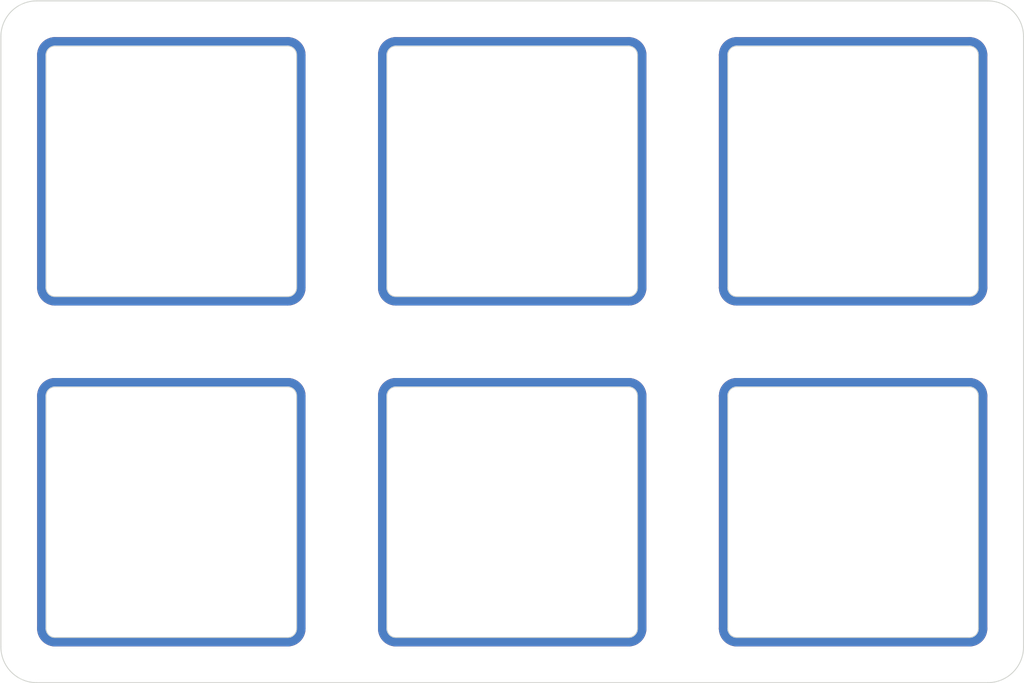
<source format=kicad_pcb>
(kicad_pcb (version 20241229) (generator "pcbnew") (generator_version "9.0")
  (title_block (rev "v1.00") (company "LambdaKB.dev") (comment 1 "https://lambdakb.dev/"))
  (layers (0 "F.Cu" signal) (2 "B.Cu" signal) (13 "F.Paste" user) (15 "B.Paste" user) (5 "F.SilkS" user "F.Silkscreen") (7 "B.SilkS" user "B.Silkscreen") (1 "F.Mask" user) (3 "B.Mask" user) (25 "Edge.Cuts" user))
  (net 0 "")
  (footprint "LKBD_PlateMX:Plate_MX_1U" (layer "F.Cu") (at 38.1 76.2)
    (property "Reference" "CUT6" (hide yes))
    (property "Value" "Plate_MX_1U")
    (fp_line (start -7.25 6.5) (end -7.25 -6.5) (stroke (width 0.5)) (layer "F.Cu"))
    (fp_line (start -6.5 -7.25) (end 6.5 -7.25) (stroke (width 0.5)) (layer "F.Cu"))
    (fp_line (start 6.5 7.25) (end -6.5 7.25) (stroke (width 0.5)) (layer "F.Cu"))
    (fp_line (start 7.25 -6.5) (end 7.25 6.5) (stroke (width 0.5)) (layer "F.Cu"))
    (fp_arc (start -7.25 -6.5) (mid -7.03033 -7.03033) (end -6.5 -7.25) (stroke (width 0.5)) (layer "F.Cu"))
    (fp_arc (start -6.5 7.25) (mid -7.03033 7.03033) (end -7.25 6.5) (stroke (width 0.5)) (layer "F.Cu"))
    (fp_arc (start 6.5 -7.25) (mid 7.03033 -7.03033) (end 7.25 -6.5) (stroke (width 0.5)) (layer "F.Cu"))
    (fp_arc (start 7.25 6.5) (mid 7.03033 7.03033) (end 6.5 7.25) (stroke (width 0.5)) (layer "F.Cu"))
    (fp_line (start -7.25 6.5) (end -7.25 -6.5) (stroke (width 0.5)) (layer "B.Cu"))
    (fp_line (start -6.5 -7.25) (end 6.5 -7.25) (stroke (width 0.5)) (layer "B.Cu"))
    (fp_line (start 6.5 7.25) (end -6.5 7.25) (stroke (width 0.5)) (layer "B.Cu"))
    (fp_line (start 7.25 -6.5) (end 7.25 6.5) (stroke (width 0.5)) (layer "B.Cu"))
    (fp_arc (start -7.25 -6.5) (mid -7.03033 -7.03033) (end -6.5 -7.25) (stroke (width 0.5)) (layer "B.Cu"))
    (fp_arc (start -6.5 7.25) (mid -7.03033 7.03033) (end -7.25 6.5) (stroke (width 0.5)) (layer "B.Cu"))
    (fp_arc (start 6.5 -7.25) (mid 7.03033 -7.03033) (end 7.25 -6.5) (stroke (width 0.5)) (layer "B.Cu"))
    (fp_arc (start 7.25 6.5) (mid 7.03033 7.03033) (end 6.5 7.25) (stroke (width 0.5)) (layer "B.Cu"))
    (fp_line (start -7 6.5) (end -7 -6.5) (stroke (width 0.05)) (layer "Edge.Cuts"))
    (fp_line (start -6.5 -7) (end 6.5 -7) (stroke (width 0.05)) (layer "Edge.Cuts"))
    (fp_line (start 6.5 7) (end -6.5 7) (stroke (width 0.05)) (layer "Edge.Cuts"))
    (fp_line (start 7 -6.5) (end 7 6.5) (stroke (width 0.05)) (layer "Edge.Cuts"))
    (fp_arc (start -7 -6.5) (mid -6.853553 -6.853553) (end -6.5 -7) (stroke (width 0.05)) (layer "Edge.Cuts"))
    (fp_arc (start -6.5 7) (mid -6.853553 6.853553) (end -7 6.5) (stroke (width 0.05)) (layer "Edge.Cuts"))
    (fp_arc (start 6.5 -7) (mid 6.853553 -6.853553) (end 7 -6.5) (stroke (width 0.05)) (layer "Edge.Cuts"))
    (fp_arc (start 7 6.5) (mid 6.853553 6.853553) (end 6.5 7) (stroke (width 0.05)) (layer "Edge.Cuts"))
  )
  (footprint "LKBD_PlateMX:Plate_MX_1U" (layer "F.Cu") (at 76.2 76.2)
    (property "Reference" "CUT8" (hide yes))
    (property "Value" "Plate_MX_1U")
    (fp_line (start -7.25 6.5) (end -7.25 -6.5) (stroke (width 0.5)) (layer "F.Cu"))
    (fp_line (start -6.5 -7.25) (end 6.5 -7.25) (stroke (width 0.5)) (layer "F.Cu"))
    (fp_line (start 6.5 7.25) (end -6.5 7.25) (stroke (width 0.5)) (layer "F.Cu"))
    (fp_line (start 7.25 -6.5) (end 7.25 6.5) (stroke (width 0.5)) (layer "F.Cu"))
    (fp_arc (start -7.25 -6.5) (mid -7.03033 -7.03033) (end -6.5 -7.25) (stroke (width 0.5)) (layer "F.Cu"))
    (fp_arc (start -6.5 7.25) (mid -7.03033 7.03033) (end -7.25 6.5) (stroke (width 0.5)) (layer "F.Cu"))
    (fp_arc (start 6.5 -7.25) (mid 7.03033 -7.03033) (end 7.25 -6.5) (stroke (width 0.5)) (layer "F.Cu"))
    (fp_arc (start 7.25 6.5) (mid 7.03033 7.03033) (end 6.5 7.25) (stroke (width 0.5)) (layer "F.Cu"))
    (fp_line (start -7.25 6.5) (end -7.25 -6.5) (stroke (width 0.5)) (layer "B.Cu"))
    (fp_line (start -6.5 -7.25) (end 6.5 -7.25) (stroke (width 0.5)) (layer "B.Cu"))
    (fp_line (start 6.5 7.25) (end -6.5 7.25) (stroke (width 0.5)) (layer "B.Cu"))
    (fp_line (start 7.25 -6.5) (end 7.25 6.5) (stroke (width 0.5)) (layer "B.Cu"))
    (fp_arc (start -7.25 -6.5) (mid -7.03033 -7.03033) (end -6.5 -7.25) (stroke (width 0.5)) (layer "B.Cu"))
    (fp_arc (start -6.5 7.25) (mid -7.03033 7.03033) (end -7.25 6.5) (stroke (width 0.5)) (layer "B.Cu"))
    (fp_arc (start 6.5 -7.25) (mid 7.03033 -7.03033) (end 7.25 -6.5) (stroke (width 0.5)) (layer "B.Cu"))
    (fp_arc (start 7.25 6.5) (mid 7.03033 7.03033) (end 6.5 7.25) (stroke (width 0.5)) (layer "B.Cu"))
    (fp_line (start -7 6.5) (end -7 -6.5) (stroke (width 0.05)) (layer "Edge.Cuts"))
    (fp_line (start -6.5 -7) (end 6.5 -7) (stroke (width 0.05)) (layer "Edge.Cuts"))
    (fp_line (start 6.5 7) (end -6.5 7) (stroke (width 0.05)) (layer "Edge.Cuts"))
    (fp_line (start 7 -6.5) (end 7 6.5) (stroke (width 0.05)) (layer "Edge.Cuts"))
    (fp_arc (start -7 -6.5) (mid -6.853553 -6.853553) (end -6.5 -7) (stroke (width 0.05)) (layer "Edge.Cuts"))
    (fp_arc (start -6.5 7) (mid -6.853553 6.853553) (end -7 6.5) (stroke (width 0.05)) (layer "Edge.Cuts"))
    (fp_arc (start 6.5 -7) (mid 6.853553 -6.853553) (end 7 -6.5) (stroke (width 0.05)) (layer "Edge.Cuts"))
    (fp_arc (start 7 6.5) (mid 6.853553 6.853553) (end 6.5 7) (stroke (width 0.05)) (layer "Edge.Cuts"))
  )
  (footprint "LKBD_PlateMX:Plate_MX_1U" (layer "F.Cu") (at 57.15 57.15)
    (property "Reference" "CUT4" (hide yes))
    (property "Value" "Plate_MX_1U")
    (fp_line (start -7.25 6.5) (end -7.25 -6.5) (stroke (width 0.5)) (layer "F.Cu"))
    (fp_line (start -6.5 -7.25) (end 6.5 -7.25) (stroke (width 0.5)) (layer "F.Cu"))
    (fp_line (start 6.5 7.25) (end -6.5 7.25) (stroke (width 0.5)) (layer "F.Cu"))
    (fp_line (start 7.25 -6.5) (end 7.25 6.5) (stroke (width 0.5)) (layer "F.Cu"))
    (fp_arc (start -7.25 -6.5) (mid -7.03033 -7.03033) (end -6.5 -7.25) (stroke (width 0.5)) (layer "F.Cu"))
    (fp_arc (start -6.5 7.25) (mid -7.03033 7.03033) (end -7.25 6.5) (stroke (width 0.5)) (layer "F.Cu"))
    (fp_arc (start 6.5 -7.25) (mid 7.03033 -7.03033) (end 7.25 -6.5) (stroke (width 0.5)) (layer "F.Cu"))
    (fp_arc (start 7.25 6.5) (mid 7.03033 7.03033) (end 6.5 7.25) (stroke (width 0.5)) (layer "F.Cu"))
    (fp_line (start -7.25 6.5) (end -7.25 -6.5) (stroke (width 0.5)) (layer "B.Cu"))
    (fp_line (start -6.5 -7.25) (end 6.5 -7.25) (stroke (width 0.5)) (layer "B.Cu"))
    (fp_line (start 6.5 7.25) (end -6.5 7.25) (stroke (width 0.5)) (layer "B.Cu"))
    (fp_line (start 7.25 -6.5) (end 7.25 6.5) (stroke (width 0.5)) (layer "B.Cu"))
    (fp_arc (start -7.25 -6.5) (mid -7.03033 -7.03033) (end -6.5 -7.25) (stroke (width 0.5)) (layer "B.Cu"))
    (fp_arc (start -6.5 7.25) (mid -7.03033 7.03033) (end -7.25 6.5) (stroke (width 0.5)) (layer "B.Cu"))
    (fp_arc (start 6.5 -7.25) (mid 7.03033 -7.03033) (end 7.25 -6.5) (stroke (width 0.5)) (layer "B.Cu"))
    (fp_arc (start 7.25 6.5) (mid 7.03033 7.03033) (end 6.5 7.25) (stroke (width 0.5)) (layer "B.Cu"))
    (fp_line (start -7 6.5) (end -7 -6.5) (stroke (width 0.05)) (layer "Edge.Cuts"))
    (fp_line (start -6.5 -7) (end 6.5 -7) (stroke (width 0.05)) (layer "Edge.Cuts"))
    (fp_line (start 6.5 7) (end -6.5 7) (stroke (width 0.05)) (layer "Edge.Cuts"))
    (fp_line (start 7 -6.5) (end 7 6.5) (stroke (width 0.05)) (layer "Edge.Cuts"))
    (fp_arc (start -7 -6.5) (mid -6.853553 -6.853553) (end -6.5 -7) (stroke (width 0.05)) (layer "Edge.Cuts"))
    (fp_arc (start -6.5 7) (mid -6.853553 6.853553) (end -7 6.5) (stroke (width 0.05)) (layer "Edge.Cuts"))
    (fp_arc (start 6.5 -7) (mid 6.853553 -6.853553) (end 7 -6.5) (stroke (width 0.05)) (layer "Edge.Cuts"))
    (fp_arc (start 7 6.5) (mid 6.853553 6.853553) (end 6.5 7) (stroke (width 0.05)) (layer "Edge.Cuts"))
  )
  (footprint "LKBD_PlateMX:Plate_MX_1U" (layer "F.Cu") (at 57.15 76.2)
    (property "Reference" "CUT7" (hide yes))
    (property "Value" "Plate_MX_1U")
    (fp_line (start -7.25 6.5) (end -7.25 -6.5) (stroke (width 0.5)) (layer "F.Cu"))
    (fp_line (start -6.5 -7.25) (end 6.5 -7.25) (stroke (width 0.5)) (layer "F.Cu"))
    (fp_line (start 6.5 7.25) (end -6.5 7.25) (stroke (width 0.5)) (layer "F.Cu"))
    (fp_line (start 7.25 -6.5) (end 7.25 6.5) (stroke (width 0.5)) (layer "F.Cu"))
    (fp_arc (start -7.25 -6.5) (mid -7.03033 -7.03033) (end -6.5 -7.25) (stroke (width 0.5)) (layer "F.Cu"))
    (fp_arc (start -6.5 7.25) (mid -7.03033 7.03033) (end -7.25 6.5) (stroke (width 0.5)) (layer "F.Cu"))
    (fp_arc (start 6.5 -7.25) (mid 7.03033 -7.03033) (end 7.25 -6.5) (stroke (width 0.5)) (layer "F.Cu"))
    (fp_arc (start 7.25 6.5) (mid 7.03033 7.03033) (end 6.5 7.25) (stroke (width 0.5)) (layer "F.Cu"))
    (fp_line (start -7.25 6.5) (end -7.25 -6.5) (stroke (width 0.5)) (layer "B.Cu"))
    (fp_line (start -6.5 -7.25) (end 6.5 -7.25) (stroke (width 0.5)) (layer "B.Cu"))
    (fp_line (start 6.5 7.25) (end -6.5 7.25) (stroke (width 0.5)) (layer "B.Cu"))
    (fp_line (start 7.25 -6.5) (end 7.25 6.5) (stroke (width 0.5)) (layer "B.Cu"))
    (fp_arc (start -7.25 -6.5) (mid -7.03033 -7.03033) (end -6.5 -7.25) (stroke (width 0.5)) (layer "B.Cu"))
    (fp_arc (start -6.5 7.25) (mid -7.03033 7.03033) (end -7.25 6.5) (stroke (width 0.5)) (layer "B.Cu"))
    (fp_arc (start 6.5 -7.25) (mid 7.03033 -7.03033) (end 7.25 -6.5) (stroke (width 0.5)) (layer "B.Cu"))
    (fp_arc (start 7.25 6.5) (mid 7.03033 7.03033) (end 6.5 7.25) (stroke (width 0.5)) (layer "B.Cu"))
    (fp_line (start -7 6.5) (end -7 -6.5) (stroke (width 0.05)) (layer "Edge.Cuts"))
    (fp_line (start -6.5 -7) (end 6.5 -7) (stroke (width 0.05)) (layer "Edge.Cuts"))
    (fp_line (start 6.5 7) (end -6.5 7) (stroke (width 0.05)) (layer "Edge.Cuts"))
    (fp_line (start 7 -6.5) (end 7 6.5) (stroke (width 0.05)) (layer "Edge.Cuts"))
    (fp_arc (start -7 -6.5) (mid -6.853553 -6.853553) (end -6.5 -7) (stroke (width 0.05)) (layer "Edge.Cuts"))
    (fp_arc (start -6.5 7) (mid -6.853553 6.853553) (end -7 6.5) (stroke (width 0.05)) (layer "Edge.Cuts"))
    (fp_arc (start 6.5 -7) (mid 6.853553 -6.853553) (end 7 -6.5) (stroke (width 0.05)) (layer "Edge.Cuts"))
    (fp_arc (start 7 6.5) (mid 6.853553 6.853553) (end 6.5 7) (stroke (width 0.05)) (layer "Edge.Cuts"))
  )
  (footprint "LKBD_PlateMX:Plate_MX_1U" (layer "F.Cu") (at 76.2 57.15)
    (property "Reference" "CUT5" (hide yes))
    (property "Value" "Plate_MX_1U")
    (fp_line (start -7.25 6.5) (end -7.25 -6.5) (stroke (width 0.5)) (layer "F.Cu"))
    (fp_line (start -6.5 -7.25) (end 6.5 -7.25) (stroke (width 0.5)) (layer "F.Cu"))
    (fp_line (start 6.5 7.25) (end -6.5 7.25) (stroke (width 0.5)) (layer "F.Cu"))
    (fp_line (start 7.25 -6.5) (end 7.25 6.5) (stroke (width 0.5)) (layer "F.Cu"))
    (fp_arc (start -7.25 -6.5) (mid -7.03033 -7.03033) (end -6.5 -7.25) (stroke (width 0.5)) (layer "F.Cu"))
    (fp_arc (start -6.5 7.25) (mid -7.03033 7.03033) (end -7.25 6.5) (stroke (width 0.5)) (layer "F.Cu"))
    (fp_arc (start 6.5 -7.25) (mid 7.03033 -7.03033) (end 7.25 -6.5) (stroke (width 0.5)) (layer "F.Cu"))
    (fp_arc (start 7.25 6.5) (mid 7.03033 7.03033) (end 6.5 7.25) (stroke (width 0.5)) (layer "F.Cu"))
    (fp_line (start -7.25 6.5) (end -7.25 -6.5) (stroke (width 0.5)) (layer "B.Cu"))
    (fp_line (start -6.5 -7.25) (end 6.5 -7.25) (stroke (width 0.5)) (layer "B.Cu"))
    (fp_line (start 6.5 7.25) (end -6.5 7.25) (stroke (width 0.5)) (layer "B.Cu"))
    (fp_line (start 7.25 -6.5) (end 7.25 6.5) (stroke (width 0.5)) (layer "B.Cu"))
    (fp_arc (start -7.25 -6.5) (mid -7.03033 -7.03033) (end -6.5 -7.25) (stroke (width 0.5)) (layer "B.Cu"))
    (fp_arc (start -6.5 7.25) (mid -7.03033 7.03033) (end -7.25 6.5) (stroke (width 0.5)) (layer "B.Cu"))
    (fp_arc (start 6.5 -7.25) (mid 7.03033 -7.03033) (end 7.25 -6.5) (stroke (width 0.5)) (layer "B.Cu"))
    (fp_arc (start 7.25 6.5) (mid 7.03033 7.03033) (end 6.5 7.25) (stroke (width 0.5)) (layer "B.Cu"))
    (fp_line (start -7 6.5) (end -7 -6.5) (stroke (width 0.05)) (layer "Edge.Cuts"))
    (fp_line (start -6.5 -7) (end 6.5 -7) (stroke (width 0.05)) (layer "Edge.Cuts"))
    (fp_line (start 6.5 7) (end -6.5 7) (stroke (width 0.05)) (layer "Edge.Cuts"))
    (fp_line (start 7 -6.5) (end 7 6.5) (stroke (width 0.05)) (layer "Edge.Cuts"))
    (fp_arc (start -7 -6.5) (mid -6.853553 -6.853553) (end -6.5 -7) (stroke (width 0.05)) (layer "Edge.Cuts"))
    (fp_arc (start -6.5 7) (mid -6.853553 6.853553) (end -7 6.5) (stroke (width 0.05)) (layer "Edge.Cuts"))
    (fp_arc (start 6.5 -7) (mid 6.853553 -6.853553) (end 7 -6.5) (stroke (width 0.05)) (layer "Edge.Cuts"))
    (fp_arc (start 7 6.5) (mid 6.853553 6.853553) (end 6.5 7) (stroke (width 0.05)) (layer "Edge.Cuts"))
  )
  (footprint "LKBD_PlateMX:Plate_MX_1U" (layer "F.Cu") (at 38.1 57.15)
    (property "Reference" "CUT3" (hide yes))
    (property "Value" "Plate_MX_1U")
    (fp_line (start -7.25 6.5) (end -7.25 -6.5) (stroke (width 0.5)) (layer "F.Cu"))
    (fp_line (start -6.5 -7.25) (end 6.5 -7.25) (stroke (width 0.5)) (layer "F.Cu"))
    (fp_line (start 6.5 7.25) (end -6.5 7.25) (stroke (width 0.5)) (layer "F.Cu"))
    (fp_line (start 7.25 -6.5) (end 7.25 6.5) (stroke (width 0.5)) (layer "F.Cu"))
    (fp_arc (start -7.25 -6.5) (mid -7.03033 -7.03033) (end -6.5 -7.25) (stroke (width 0.5)) (layer "F.Cu"))
    (fp_arc (start -6.5 7.25) (mid -7.03033 7.03033) (end -7.25 6.5) (stroke (width 0.5)) (layer "F.Cu"))
    (fp_arc (start 6.5 -7.25) (mid 7.03033 -7.03033) (end 7.25 -6.5) (stroke (width 0.5)) (layer "F.Cu"))
    (fp_arc (start 7.25 6.5) (mid 7.03033 7.03033) (end 6.5 7.25) (stroke (width 0.5)) (layer "F.Cu"))
    (fp_line (start -7.25 6.5) (end -7.25 -6.5) (stroke (width 0.5)) (layer "B.Cu"))
    (fp_line (start -6.5 -7.25) (end 6.5 -7.25) (stroke (width 0.5)) (layer "B.Cu"))
    (fp_line (start 6.5 7.25) (end -6.5 7.25) (stroke (width 0.5)) (layer "B.Cu"))
    (fp_line (start 7.25 -6.5) (end 7.25 6.5) (stroke (width 0.5)) (layer "B.Cu"))
    (fp_arc (start -7.25 -6.5) (mid -7.03033 -7.03033) (end -6.5 -7.25) (stroke (width 0.5)) (layer "B.Cu"))
    (fp_arc (start -6.5 7.25) (mid -7.03033 7.03033) (end -7.25 6.5) (stroke (width 0.5)) (layer "B.Cu"))
    (fp_arc (start 6.5 -7.25) (mid 7.03033 -7.03033) (end 7.25 -6.5) (stroke (width 0.5)) (layer "B.Cu"))
    (fp_arc (start 7.25 6.5) (mid 7.03033 7.03033) (end 6.5 7.25) (stroke (width 0.5)) (layer "B.Cu"))
    (fp_line (start -7 6.5) (end -7 -6.5) (stroke (width 0.05)) (layer "Edge.Cuts"))
    (fp_line (start -6.5 -7) (end 6.5 -7) (stroke (width 0.05)) (layer "Edge.Cuts"))
    (fp_line (start 6.5 7) (end -6.5 7) (stroke (width 0.05)) (layer "Edge.Cuts"))
    (fp_line (start 7 -6.5) (end 7 6.5) (stroke (width 0.05)) (layer "Edge.Cuts"))
    (fp_arc (start -7 -6.5) (mid -6.853553 -6.853553) (end -6.5 -7) (stroke (width 0.05)) (layer "Edge.Cuts"))
    (fp_arc (start -6.5 7) (mid -6.853553 6.853553) (end -7 6.5) (stroke (width 0.05)) (layer "Edge.Cuts"))
    (fp_arc (start 6.5 -7) (mid 6.853553 -6.853553) (end 7 -6.5) (stroke (width 0.05)) (layer "Edge.Cuts"))
    (fp_arc (start 7 6.5) (mid 6.853553 6.853553) (end 6.5 7) (stroke (width 0.05)) (layer "Edge.Cuts"))
  )
  (gr_line (start 85.725 49.625) (end 85.725 83.725) (stroke (width 0.05)) (layer "Edge.Cuts"))
  (gr_line (start 28.575 83.725) (end 28.575 49.625) (stroke (width 0.05)) (layer "Edge.Cuts"))
  (gr_arc (start 30.575 85.725) (mid 29.160786 85.139214) (end 28.575 83.725) (stroke (width 0.05)) (layer "Edge.Cuts"))
  (gr_line (start 83.725 85.725) (end 30.575 85.725) (stroke (width 0.05)) (layer "Edge.Cuts"))
  (gr_arc (start 83.725 47.625) (mid 85.139214 48.210786) (end 85.725 49.625) (stroke (width 0.05)) (layer "Edge.Cuts"))
  (gr_arc (start 85.725 83.725) (mid 85.139214 85.139214) (end 83.725 85.725) (stroke (width 0.05)) (layer "Edge.Cuts"))
  (gr_arc (start 28.575 49.625) (mid 29.160786 48.210786) (end 30.575 47.625) (stroke (width 0.05)) (layer "Edge.Cuts"))
  (gr_line (start 30.575 47.625) (end 83.725 47.625) (stroke (width 0.05)) (layer "Edge.Cuts"))
)
</source>
